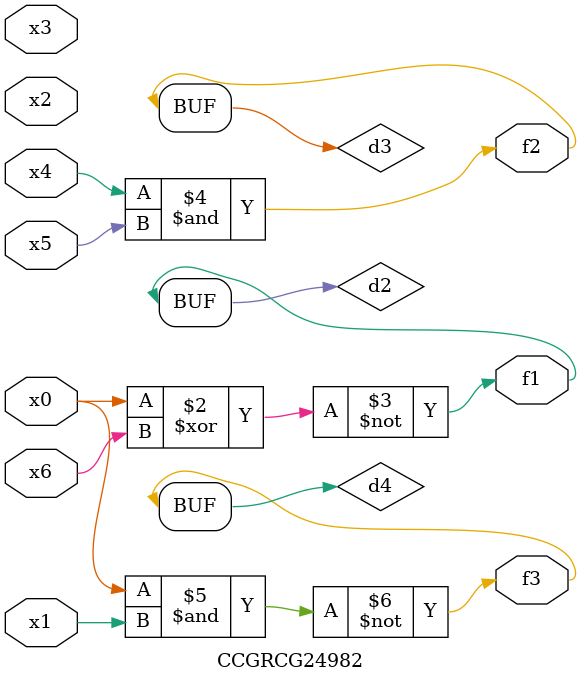
<source format=v>
module CCGRCG24982(
	input x0, x1, x2, x3, x4, x5, x6,
	output f1, f2, f3
);

	wire d1, d2, d3, d4;

	nor (d1, x0);
	xnor (d2, x0, x6);
	and (d3, x4, x5);
	nand (d4, x0, x1);
	assign f1 = d2;
	assign f2 = d3;
	assign f3 = d4;
endmodule

</source>
